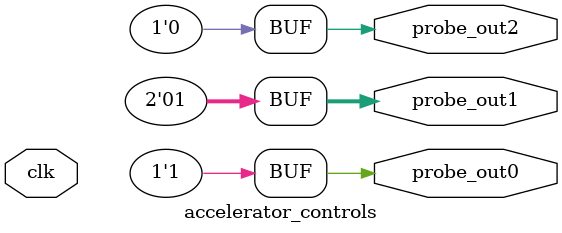
<source format=v>
`timescale 1ns / 1ps
module accelerator_controls (
clk,

probe_out0,
probe_out1,
probe_out2
);

input clk;

output reg [0 : 0] probe_out0 = 'h1 ;
output reg [1 : 0] probe_out1 = 'h1 ;
output reg [0 : 0] probe_out2 = 'h0 ;


endmodule

</source>
